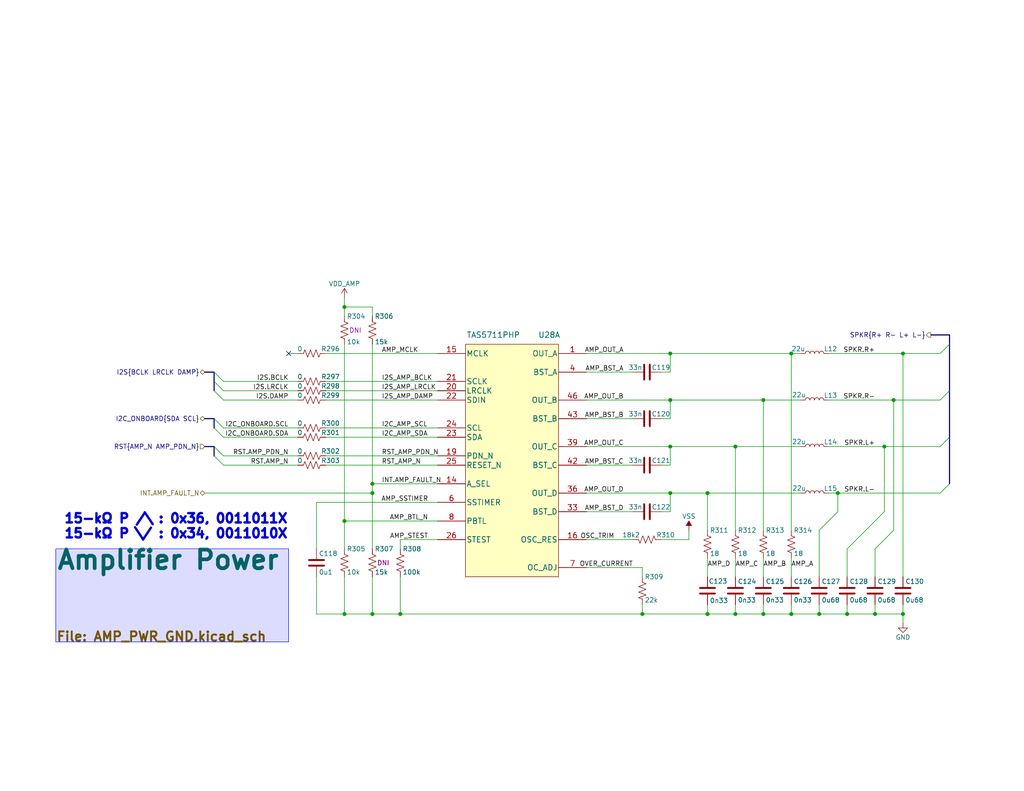
<source format=kicad_sch>
(kicad_sch (version 20211123) (generator eeschema)
  (paper "A")
  (title_block (title "Clock-Radio Main") (date "2022-03-05") (rev "0.5") (company "Ruralguru Projects") (comment 1 "Earl Watkins"))
  (lib_symbols
    (symbol "Device:C" (pin_numbers hide) (pin_names (offset 0.254))
      (property "Reference" "C" (at 0.635 2.54 0))
      (property "Value" "C" (at 0.635 -2.54 0))
      (symbol "C_0_1"
        (polyline (pts (xy -2.032 -0.762) (xy 2.032 -0.762)) (stroke (width 0.508)))
        (polyline (pts (xy -2.032 0.762) (xy 2.032 0.762)) (stroke (width 0.508)))
      )
      (symbol "C_1_1"
        (pin passive line (at 0 3.81 270) (length 2.794) (name "~") (number "1"))
        (pin passive line (at 0 -3.81 90) (length 2.794) (name "~") (number "2"))
      )
    )
    (symbol "Device:L" (pin_numbers hide) (pin_names (offset 1.016) hide)
      (property "Reference" "L" (at -1.27 0 90))
      (property "Value" "L" (at 1.905 0 90))
      (symbol "L_0_1"
        (arc (start 0 -2.54) (mid 0.635 -1.905) (end 0 -1.27))
        (arc (start 0 -1.27) (mid 0.635 -0.635) (end 0 0))
        (arc (start 0 0) (mid 0.635 0.635) (end 0 1.27))
        (arc (start 0 1.27) (mid 0.635 1.905) (end 0 2.54))
      )
      (symbol "L_1_1"
        (pin passive line (at 0 3.81 270) (length 1.27) (name "1") (number "1"))
        (pin passive line (at 0 -3.81 90) (length 1.27) (name "2") (number "2"))
      )
    )
    (symbol "Device:R_US" (pin_numbers hide) (pin_names (offset 0))
      (property "Reference" "R" (at 2.54 0 90))
      (property "Value" "R_US" (at -2.54 0 90))
      (symbol "R_US_0_1"
        (polyline (pts (xy 0 -2.286) (xy 0 -2.54)))
        (polyline (pts (xy 0 2.286) (xy 0 2.54)))
        (polyline (pts (xy 0 -0.762) (xy 1.016 -1.143) (xy 0 -1.524) (xy -1.016 -1.905) (xy 0 -2.286)))
        (polyline (pts (xy 0 0.762) (xy 1.016 0.381) (xy 0 0) (xy -1.016 -0.381) (xy 0 -0.762)))
        (polyline (pts (xy 0 2.286) (xy 1.016 1.905) (xy 0 1.524) (xy -1.016 1.143) (xy 0 0.762)))
      )
      (symbol "R_US_1_1"
        (pin passive line (at 0 3.81 270) (length 1.27) (name "~") (number "1"))
        (pin passive line (at 0 -3.81 90) (length 1.27) (name "~") (number "2"))
      )
    )
    (symbol "ERW_Audio:TAS5711PHP" (pin_names (offset 0.254))
      (property "Reference" "U" (at -5.08 -5.08 0))
      (property "Value" "TAS5711PHP" (at -7.62 -2.54 0))
      (symbol "TAS5711PHP_1_1"
        (rectangle (start -25.4 63.5) (end 0 0) (stroke (width 0.1524)) (fill (type background)))
        (pin output line (at 7.62 60.96 180) (length 7.62) (name "OUT_A") (number "1"))
        (pin unspecified line (at -33.02 25.4 0) (length 7.62) (name "A_SEL") (number "14"))
        (pin input line (at -33.02 60.96 0) (length 7.62) (name "MCLK") (number "15"))
        (pin output line (at 7.62 10.16 180) (length 7.62) (name "OSC_RES") (number "16"))
        (pin input line (at -33.02 33.02 0) (length 7.62) (name "PDN_N") (number "19"))
        (pin input line (at -33.02 50.8 0) (length 7.62) (name "LRCLK") (number "20"))
        (pin input line (at -33.02 53.34 0) (length 7.62) (name "SCLK") (number "21"))
        (pin input line (at -33.02 48.26 0) (length 7.62) (name "SDIN") (number "22"))
        (pin bidirectional line (at -33.02 38.1 0) (length 7.62) (name "SDA") (number "23"))
        (pin input line (at -33.02 40.64 0) (length 7.62) (name "SCL") (number "24"))
        (pin input line (at -33.02 30.48 0) (length 7.62) (name "RESET_N") (number "25"))
        (pin input line (at -33.02 10.16 0) (length 7.62) (name "STEST") (number "26"))
        (pin power_in line (at 7.62 17.78 180) (length 7.62) (name "BST_D") (number "33"))
        (pin output line (at 7.62 22.86 180) (length 7.62) (name "OUT_D") (number "36"))
        (pin output line (at 7.62 35.56 180) (length 7.62) (name "OUT_C") (number "39"))
        (pin power_in line (at 7.62 55.88 180) (length 7.62) (name "BST_A") (number "4"))
        (pin power_in line (at 7.62 30.48 180) (length 7.62) (name "BST_C") (number "42"))
        (pin power_out line (at 7.62 43.18 180) (length 7.62) (name "BST_B") (number "43"))
        (pin output line (at 7.62 48.26 180) (length 7.62) (name "OUT_B") (number "46"))
        (pin input line (at -33.02 20.32 0) (length 7.62) (name "SSTIMER") (number "6"))
        (pin output line (at 7.62 2.54 180) (length 7.62) (name "OC_ADJ") (number "7"))
        (pin input line (at -33.02 15.24 0) (length 7.62) (name "PBTL") (number "8"))
      )
      (symbol "TAS5711PHP_2_1"
        (rectangle (start 0 0) (end 71.12 -40.64) (stroke (width 0.1524)) (fill (type background)))
        (pin output line (at 78.74 -25.4 180) (length 7.62) (name "PLL_FLTM") (number "10"))
        (pin output line (at 78.74 -15.24 180) (length 7.62) (name "PLL_FLTP") (number "11"))
        (pin power_out line (at 68.58 7.62 270) (length 7.62) (name "VR_ANA") (number "12"))
        (pin power_in line (at 60.96 7.62 270) (length 7.62) (name "AVDD") (number "13"))
        (pin power_in line (at 43.18 -48.26 90) (length 7.62) (name "DVSSO") (number "17"))
        (pin power_out line (at -7.62 -10.16 0) (length 7.62) (name "VR_DIG") (number "18"))
        (pin power_in line (at 5.08 7.62 270) (length 7.62) (name "PVDD_A") (number "2"))
        (pin power_in line (at 48.26 7.62 270) (length 7.62) (name "DVDD") (number "27"))
        (pin power_in line (at 48.26 -48.26 90) (length 7.62) (name "DVSS") (number "28"))
        (pin power_in line (at 22.86 -48.26 90) (length 7.62) (name "GND") (number "29"))
        (pin power_in line (at 2.54 7.62 270) (length 7.62) (name "PVDD_A") (number "3"))
        (pin power_in line (at 35.56 -48.26 90) (length 7.62) (name "AGND") (number "30"))
        (pin power_out line (at 35.56 7.62 270) (length 7.62) (name "VREG") (number "31"))
        (pin power_out line (at -7.62 -22.86 0) (length 7.62) (name "GVDD_OUT") (number "32"))
        (pin power_in line (at 27.94 7.62 270) (length 7.62) (name "PVDD_D") (number "34"))
        (pin power_in line (at 25.4 7.62 270) (length 7.62) (name "PVDD_D") (number "35"))
        (pin power_in line (at 12.7 -48.26 90) (length 7.62) (name "PGND_CD") (number "37"))
        (pin power_in line (at 15.24 -48.26 90) (length 7.62) (name "PGND_CD") (number "38"))
        (pin power_in line (at 20.32 7.62 270) (length 7.62) (name "PVDD_C") (number "40"))
        (pin power_in line (at 17.78 7.62 270) (length 7.62) (name "PVDD_C") (number "41"))
        (pin power_in line (at 12.7 7.62 270) (length 7.62) (name "PVDD_B") (number "44"))
        (pin power_in line (at 10.16 7.62 270) (length 7.62) (name "PVDD_B") (number "45"))
        (pin power_in line (at 5.08 -48.26 90) (length 7.62) (name "PGND_AB") (number "47"))
        (pin power_in line (at 7.62 -48.26 90) (length 7.62) (name "PGND_AB") (number "48"))
        (pin power_out line (at -7.62 -17.78 0) (length 7.62) (name "GVDD_OUT") (number "5"))
        (pin power_in line (at 60.96 -48.26 90) (length 7.62) (name "AVSS") (number "9"))
        (pin power_in line (at 27.94 -48.26 90) (length 7.62) (name "EPAD") (number "EPAD"))
      )
    )
    (symbol "ERW_Power:VDD_AMP" (power) (pin_names (offset 0))
      (property "Value" "VDD_AMP" (at 0 3.556 0))
      (symbol "VDD_AMP_0_1"
        (polyline (pts (xy -0.762 1.27) (xy 0 2.54)))
        (polyline (pts (xy 0 0) (xy 0 2.54)))
        (polyline (pts (xy 0 2.54) (xy 0.762 1.27)))
      )
      (symbol "VDD_AMP_1_1"
        (pin power_in line (at 0 0 90) (length 0) hide (name "VDD_AMP") (number "1"))
      )
    )
    (symbol "power:GND" (power) (pin_names (offset 0))
      (property "Value" "GND" (at 0 -3.81 0))
      (symbol "GND_0_1"
        (polyline (pts (xy 0 0) (xy 0 -1.27) (xy 1.27 -1.27) (xy 0 -2.54) (xy -1.27 -1.27) (xy 0 -1.27)))
      )
      (symbol "GND_1_1"
        (pin power_in line (at 0 0 270) (length 0) hide (name "GND") (number "1"))
      )
    )
    (symbol "power:VSS" (power) (pin_names (offset 0))
      (property "Value" "VSS" (at 0 3.81 0))
      (symbol "VSS_0_1"
        (polyline (pts (xy 0 0) (xy 0 2.54)))
        (polyline (pts (xy 0.762 1.27) (xy -0.762 1.27) (xy 0 2.54) (xy 0.762 1.27)) (fill (type outline)))
      )
      (symbol "VSS_1_1"
        (pin power_in line (at 0 0 90) (length 0) hide (name "VSS") (number "1"))
      )
    )
  )
  (junction (at 182.88 96.52))
  (junction (at 93.98 167.64))
  (junction (at 101.6 134.62))
  (junction (at 193.04 167.64))
  (junction (at 228.6 134.62))
  (junction (at 109.22 167.64))
  (junction (at 243.84 109.22))
  (junction (at 246.38 96.52))
  (junction (at 223.52 167.64))
  (junction (at 241.3 121.92))
  (junction (at 175.26 167.64))
  (junction (at 238.76 167.64))
  (junction (at 208.28 167.64))
  (junction (at 215.9 167.64))
  (junction (at 182.88 134.62))
  (junction (at 93.98 83.82))
  (junction (at 208.28 109.22))
  (junction (at 200.66 167.64))
  (junction (at 182.88 109.22))
  (junction (at 101.6 167.64))
  (junction (at 231.14 167.64))
  (junction (at 193.04 134.62))
  (junction (at 93.98 142.24))
  (junction (at 246.38 167.64))
  (junction (at 101.6 132.08))
  (junction (at 182.88 121.92))
  (junction (at 200.66 121.92))
  (junction (at 215.9 96.52))
  (no_connect (at 78.74 96.52))
  (bus_entry (at 259.08 119.38) (size -2.54 2.54))
  (bus_entry (at 58.42 106.68) (size 2.54 2.54))
  (bus_entry (at 259.08 106.68) (size -2.54 2.54))
  (bus_entry (at 58.42 116.84) (size 2.54 2.54))
  (bus_entry (at 58.42 124.46) (size 2.54 2.54))
  (bus_entry (at 259.08 93.98) (size -2.54 2.54))
  (bus_entry (at 58.42 104.14) (size 2.54 2.54))
  (bus_entry (at 58.42 121.92) (size 2.54 2.54))
  (bus_entry (at 58.42 114.3) (size 2.54 2.54))
  (bus_entry (at 58.42 101.6) (size 2.54 2.54))
  (bus_entry (at 259.08 132.08) (size -2.54 2.54))
  (wire (pts (xy 109.22 147.32) (xy 119.38 147.32)))
  (wire (pts (xy 180.34 101.6) (xy 182.88 101.6)))
  (wire (pts (xy 208.28 109.22) (xy 218.44 109.22)))
  (wire (pts (xy 180.34 127) (xy 182.88 127)))
  (wire (pts (xy 160.02 101.6) (xy 172.72 101.6)))
  (wire (pts (xy 182.88 101.6) (xy 182.88 96.52)))
  (wire (pts (xy 88.9 106.68) (xy 119.38 106.68)))
  (wire (pts (xy 182.88 109.22) (xy 160.02 109.22)))
  (wire (pts (xy 200.66 165.1) (xy 200.66 167.64)))
  (wire (pts (xy 246.38 167.64) (xy 246.38 170.18)))
  (wire (pts (xy 93.98 142.24) (xy 93.98 149.86)))
  (wire (pts (xy 81.28 119.38) (xy 60.96 119.38)))
  (wire (pts (xy 208.28 152.4) (xy 208.28 157.48)))
  (wire (pts (xy 81.28 124.46) (xy 60.96 124.46)))
  (wire (pts (xy 88.9 109.22) (xy 119.38 109.22)))
  (wire (pts (xy 200.66 167.64) (xy 208.28 167.64)))
  (wire (pts (xy 101.6 93.98) (xy 101.6 132.08)))
  (wire (pts (xy 101.6 83.82) (xy 101.6 86.36)))
  (bus (pts (xy 259.08 91.44) (xy 259.08 93.98)))
  (wire (pts (xy 101.6 167.64) (xy 109.22 167.64)))
  (wire (pts (xy 193.04 152.4) (xy 193.04 157.48)))
  (wire (pts (xy 180.34 147.32) (xy 187.96 147.32)))
  (wire (pts (xy 88.9 116.84) (xy 119.38 116.84)))
  (wire (pts (xy 182.88 109.22) (xy 208.28 109.22)))
  (wire (pts (xy 60.96 106.68) (xy 81.28 106.68)))
  (wire (pts (xy 187.96 144.78) (xy 187.96 147.32)))
  (wire (pts (xy 86.36 167.64) (xy 93.98 167.64)))
  (wire (pts (xy 231.14 167.64) (xy 238.76 167.64)))
  (wire (pts (xy 208.28 167.64) (xy 215.9 167.64)))
  (wire (pts (xy 182.88 139.7) (xy 182.88 134.62)))
  (wire (pts (xy 215.9 144.78) (xy 215.9 96.52)))
  (wire (pts (xy 93.98 86.36) (xy 93.98 83.82)))
  (wire (pts (xy 160.02 154.94) (xy 175.26 154.94)))
  (bus (pts (xy 254 91.44) (xy 259.08 91.44)))
  (wire (pts (xy 208.28 144.78) (xy 208.28 109.22)))
  (wire (pts (xy 93.98 93.98) (xy 93.98 142.24)))
  (wire (pts (xy 86.36 137.16) (xy 119.38 137.16)))
  (wire (pts (xy 215.9 167.64) (xy 223.52 167.64)))
  (wire (pts (xy 226.06 109.22) (xy 243.84 109.22)))
  (wire (pts (xy 246.38 157.48) (xy 246.38 96.52)))
  (wire (pts (xy 215.9 96.52) (xy 218.44 96.52)))
  (wire (pts (xy 223.52 165.1) (xy 223.52 167.64)))
  (wire (pts (xy 215.9 165.1) (xy 215.9 167.64)))
  (wire (pts (xy 226.06 96.52) (xy 246.38 96.52)))
  (bus (pts (xy 58.42 114.3) (xy 58.42 116.84)))
  (wire (pts (xy 208.28 165.1) (xy 208.28 167.64)))
  (wire (pts (xy 109.22 157.48) (xy 109.22 167.64)))
  (wire (pts (xy 223.52 144.78) (xy 228.6 139.7)))
  (wire (pts (xy 238.76 167.64) (xy 246.38 167.64)))
  (wire (pts (xy 88.9 119.38) (xy 119.38 119.38)))
  (wire (pts (xy 241.3 121.92) (xy 241.3 139.7)))
  (wire (pts (xy 160.02 96.52) (xy 182.88 96.52)))
  (wire (pts (xy 180.34 114.3) (xy 182.88 114.3)))
  (wire (pts (xy 180.34 139.7) (xy 182.88 139.7)))
  (wire (pts (xy 160.02 139.7) (xy 172.72 139.7)))
  (wire (pts (xy 101.6 157.48) (xy 101.6 167.64)))
  (wire (pts (xy 101.6 134.62) (xy 101.6 149.86)))
  (wire (pts (xy 175.26 167.64) (xy 193.04 167.64)))
  (wire (pts (xy 78.74 96.52) (xy 81.28 96.52)))
  (bus (pts (xy 58.42 101.6) (xy 58.42 104.14)))
  (bus (pts (xy 55.88 114.3) (xy 58.42 114.3)))
  (wire (pts (xy 193.04 134.62) (xy 218.44 134.62)))
  (wire (pts (xy 241.3 121.92) (xy 256.54 121.92)))
  (wire (pts (xy 93.98 83.82) (xy 101.6 83.82)))
  (bus (pts (xy 55.88 121.92) (xy 58.42 121.92)))
  (wire (pts (xy 193.04 144.78) (xy 193.04 134.62)))
  (wire (pts (xy 182.88 134.62) (xy 193.04 134.62)))
  (wire (pts (xy 182.88 114.3) (xy 182.88 109.22)))
  (wire (pts (xy 109.22 147.32) (xy 109.22 149.86)))
  (wire (pts (xy 86.36 137.16) (xy 86.36 149.86)))
  (wire (pts (xy 88.9 96.52) (xy 119.38 96.52)))
  (wire (pts (xy 238.76 165.1) (xy 238.76 167.64)))
  (wire (pts (xy 93.98 142.24) (xy 119.38 142.24)))
  (wire (pts (xy 101.6 167.64) (xy 93.98 167.64)))
  (wire (pts (xy 160.02 127) (xy 172.72 127)))
  (wire (pts (xy 228.6 134.62) (xy 256.54 134.62)))
  (wire (pts (xy 238.76 149.86) (xy 238.76 157.48)))
  (wire (pts (xy 175.26 154.94) (xy 175.26 157.48)))
  (wire (pts (xy 175.26 165.1) (xy 175.26 167.64)))
  (wire (pts (xy 246.38 165.1) (xy 246.38 167.64)))
  (wire (pts (xy 226.06 121.92) (xy 241.3 121.92)))
  (wire (pts (xy 193.04 165.1) (xy 193.04 167.64)))
  (wire (pts (xy 60.96 109.22) (xy 81.28 109.22)))
  (wire (pts (xy 215.9 96.52) (xy 182.88 96.52)))
  (wire (pts (xy 228.6 134.62) (xy 228.6 139.7)))
  (wire (pts (xy 193.04 167.64) (xy 200.66 167.64)))
  (wire (pts (xy 223.52 144.78) (xy 223.52 157.48)))
  (wire (pts (xy 226.06 134.62) (xy 228.6 134.62)))
  (bus (pts (xy 58.42 104.14) (xy 58.42 106.68)))
  (wire (pts (xy 231.14 149.86) (xy 241.3 139.7)))
  (wire (pts (xy 223.52 167.64) (xy 231.14 167.64)))
  (wire (pts (xy 60.96 104.14) (xy 81.28 104.14)))
  (wire (pts (xy 215.9 152.4) (xy 215.9 157.48)))
  (wire (pts (xy 246.38 96.52) (xy 256.54 96.52)))
  (wire (pts (xy 119.38 132.08) (xy 101.6 132.08)))
  (wire (pts (xy 109.22 167.64) (xy 175.26 167.64)))
  (bus (pts (xy 259.08 106.68) (xy 259.08 119.38)))
  (wire (pts (xy 231.14 165.1) (xy 231.14 167.64)))
  (wire (pts (xy 238.76 149.86) (xy 243.84 144.78)))
  (wire (pts (xy 88.9 104.14) (xy 119.38 104.14)))
  (wire (pts (xy 55.88 134.62) (xy 101.6 134.62)))
  (bus (pts (xy 55.88 101.6) (xy 58.42 101.6)))
  (wire (pts (xy 93.98 81.28) (xy 93.98 83.82)))
  (wire (pts (xy 88.9 127) (xy 119.38 127)))
  (wire (pts (xy 182.88 134.62) (xy 160.02 134.62)))
  (wire (pts (xy 243.84 109.22) (xy 256.54 109.22)))
  (wire (pts (xy 200.66 144.78) (xy 200.66 121.92)))
  (wire (pts (xy 243.84 109.22) (xy 243.84 144.78)))
  (wire (pts (xy 231.14 149.86) (xy 231.14 157.48)))
  (wire (pts (xy 93.98 157.48) (xy 93.98 167.64)))
  (wire (pts (xy 182.88 121.92) (xy 200.66 121.92)))
  (wire (pts (xy 160.02 114.3) (xy 172.72 114.3)))
  (wire (pts (xy 182.88 127) (xy 182.88 121.92)))
  (wire (pts (xy 200.66 121.92) (xy 218.44 121.92)))
  (wire (pts (xy 160.02 147.32) (xy 172.72 147.32)))
  (wire (pts (xy 86.36 157.48) (xy 86.36 167.64)))
  (wire (pts (xy 101.6 134.62) (xy 101.6 132.08)))
  (wire (pts (xy 160.02 121.92) (xy 182.88 121.92)))
  (bus (pts (xy 58.42 121.92) (xy 58.42 124.46)))
  (bus (pts (xy 259.08 93.98) (xy 259.08 106.68)))
  (wire (pts (xy 200.66 152.4) (xy 200.66 157.48)))
  (wire (pts (xy 81.28 127) (xy 60.96 127)))
  (wire (pts (xy 88.9 124.46) (xy 119.38 124.46)))
  (wire (pts (xy 60.96 116.84) (xy 81.28 116.84)))
  (bus (pts (xy 259.08 119.38) (xy 259.08 132.08)))
  (text "${SHEETNAME}" (at 15.24 30.48 0) (effects (font (size 10.16 10.16) (thickness 2.032) bold) (justify left bottom)))
  (text "15-kΩ P /\\ : 0x36, 0011011X\n15-kΩ P \\/ : 0x34, 0011010X" (at 78.74 147.32 0) (effects (font (size 2.54 2.54) (thickness 1.016) bold) (justify right bottom)))
  (label "SPKR.L-" (at 238.76 134.62 180))
  (label "I2S.BCLK" (at 78.74 104.14 180))
  (label "I2C_AMP_SCL" (at 104.14 116.84 0))
  (label "AMP_BTL_N" (at 116.84 142.24 180))
  (label "AMP_MCLK" (at 104.14 96.52 0))
  (label "I2S_AMP_LRCLK" (at 104.14 106.68 0))
  (label "AMP_BST_C" (at 170.18 127 180))
  (label "I2S.DAMP" (at 78.74 109.22 180))
  (label "OVER_CURRENT" (at 172.72 154.94 180))
  (label "AMP_STEST" (at 116.84 147.32 180))
  (label "AMP_SSTIMER" (at 116.84 137.16 180))
  (label "RST.AMP_PDN_N" (at 78.74 124.46 180))
  (label "AMP_BST_D" (at 170.18 139.7 180))
  (label "RST_AMP_PDN_N" (at 104.14 124.46 0))
  (label "AMP_OUT_D" (at 170.18 134.62 180))
  (label "AMP_C" (at 200.66 154.94 0))
  (label "AMP_BST_B" (at 170.18 114.3 180))
  (label "OSC_TRIM" (at 167.64 147.32 180))
  (label "I2C_ONBOARD.SCL" (at 78.74 116.84 180))
  (label "AMP_B" (at 208.28 154.94 0))
  (label "I2S.LRCLK" (at 78.74 106.68 180))
  (label "AMP_A" (at 215.9 154.94 0))
  (label "SPKR.R-" (at 238.76 109.22 180))
  (label "AMP_D" (at 193.04 154.94 0))
  (label "AMP_OUT_A" (at 170.18 96.52 180))
  (label "RST.AMP_N" (at 78.74 127 180))
  (label "SPKR.R+" (at 238.76 96.52 180))
  (label "SPKR.L+" (at 238.76 121.92 180))
  (label "AMP_BST_A" (at 170.18 101.6 180))
  (label "I2C_AMP_SDA" (at 104.14 119.38 0))
  (label "I2C_ONBOARD.SDA" (at 78.74 119.38 180))
  (label "I2S_AMP_BCLK" (at 104.14 104.14 0))
  (label "RST_AMP_N" (at 104.14 127 0))
  (label "I2S_AMP_DAMP" (at 104.14 109.22 0))
  (label "INT.AMP_FAULT_N" (at 104.14 132.08 0))
  (label "AMP_OUT_B" (at 170.18 109.22 180))
  (label "AMP_OUT_C" (at 170.18 121.92 180))
  (hierarchical_label "I2C_ONBOARD{SDA SCL}" (shape bidirectional) (at 55.88 114.3 180))
  (hierarchical_label "I2S{BCLK LRCLK DAMP}" (shape bidirectional) (at 55.88 101.6 180))
  (hierarchical_label "SPKR{R+ R- L+ L-}" (shape output) (at 254 91.44 180))
  (hierarchical_label "RST{AMP_N AMP_PDN_N}" (shape input) (at 55.88 121.92 180))
  (hierarchical_label "INT.AMP_FAULT_N" (shape bidirectional) (at 55.88 134.62 180))
  (symbol (lib_id "Device:R_US") (at 85.09 127 90) (unit 1)
    (property "Reference" "R303" (at 87.63 125.73 90) (effects (justify right)))
    (property "Value" "0" (at 82.55 125.73 90) (effects (justify left)))
    (property "Footprint" "Resistor_SMD:R_0603_1608Metric_Pad0.98x0.95mm_HandSolder" (effects hide))
    (property "Description" "Resistors - SMD 0 Ohms 100 mW 0603 1%" (effects hide))
    (property "MFR" "YAGEO" (effects hide))
    (property "MPN" "RC0603FR-130RL" (effects hide))
    (property "Vendor" "Mouser" (effects hide))
    (property "Vendor PN" "603-RC0603FR-130RL" (effects hide))
  )
  (symbol (lib_id "Device:R_US") (at 85.09 124.46 90) (unit 1)
    (property "Reference" "R302" (at 87.63 123.19 90) (effects (justify right)))
    (property "Value" "0" (at 82.55 123.19 90) (effects (justify left)))
    (property "Footprint" "Resistor_SMD:R_0603_1608Metric_Pad0.98x0.95mm_HandSolder" (effects hide))
    (property "Description" "Resistors - SMD 0 Ohms 100 mW 0603 1%" (effects hide))
    (property "MFR" "YAGEO" (effects hide))
    (property "MPN" "RC0603FR-130RL" (effects hide))
    (property "Vendor" "Mouser" (effects hide))
    (property "Vendor PN" "603-RC0603FR-130RL" (effects hide))
  )
  (symbol (lib_id "Device:R_US") (at 176.53 147.32 90) (mirror x) (unit 1)
    (property "Reference" "R310" (at 179.07 146.05 90) (effects (justify right)))
    (property "Value" "18k2" (at 174.625 146.05 90) (effects (justify left)))
    (property "Footprint" "Resistor_SMD:R_0603_1608Metric_Pad0.98x0.95mm_HandSolder" (effects hide))
    (property "Vendor" "Mouser" (effects hide))
    (property "Description" "Resistors - SMD 4.99 kOhms 100 mW 0603 1%" (effects hide))
    (property "MFR" "YAGEO" (effects hide))
    (property "MPN" "AC0603FR-134K99L" (effects hide))
    (property "Vendor PN" "603-AC0603FR-134K99L" (effects hide))
  )
  (symbol (lib_id "ERW_Audio:TAS5711PHP") (at 152.4 157.48 0) (unit 1)
    (property "Reference" "U28" (at 149.86 91.44 0) (effects (font (size 1.524 1.524))))
    (property "Value" "TAS5711PHP" (at 134.62 91.44 0) (effects (font (size 1.524 1.524))))
    (property "Footprint" "ERW_QFN:QFP48_EP" (effects hide))
    (property "Description" "Audio Amplifiers 2-Channel Dig Audio Amp" (effects hide))
    (property "MFR" "Texas Instruments" (effects hide))
    (property "MPN" "TAS5711PHPR" (effects hide))
    (property "Status" "ALWAYS" (effects hide))
    (property "Vendor" "Mouser" (effects hide))
    (property "Vendor PN" "595-TAS5711PHPR" (effects hide))
  )
  (symbol (lib_id "Device:C") (at 238.76 161.29 0) (unit 1)
    (property "Reference" "C129" (at 239.395 158.75 0) (effects (justify left)))
    (property "Value" "0u68" (at 239.395 163.83 0) (effects (justify left)))
    (property "Footprint" "Capacitor_SMD:C_1206_3216Metric_Pad1.33x1.80mm_HandSolder" (effects hide))
    (property "Description" "MLCC - SMD/SMT 50V 0.68uF X7R 1206 10%" (effects hide))
    (property "MFR" "KEMET" (effects hide))
    (property "MPN" "C1206C684K5RACTU" (effects hide))
    (property "Status" "ALWAYS" (effects hide))
    (property "Vendor" "Mouser" (effects hide))
    (property "Vendor PN" "80-C1206C684K5R" (effects hide))
  )
  (symbol (lib_id "Device:R_US") (at 85.09 104.14 90) (unit 1)
    (property "Reference" "R297" (at 87.63 102.87 90) (effects (justify right)))
    (property "Value" "0" (at 82.55 102.87 90) (effects (justify left)))
    (property "Footprint" "Resistor_SMD:R_0603_1608Metric_Pad0.98x0.95mm_HandSolder" (effects hide))
    (property "Description" "Resistors - SMD 0 Ohms 100 mW 0603 1%" (effects hide))
    (property "MFR" "YAGEO" (effects hide))
    (property "MPN" "RC0603FR-130RL" (effects hide))
    (property "Vendor" "Mouser" (effects hide))
    (property "Vendor PN" "603-RC0603FR-130RL" (effects hide))
  )
  (symbol (lib_id "ERW_Power:VDD_AMP") (at 93.98 81.28 0) (unit 1)
    (property "Reference" "#PWR0123" (effects hide))
    (property "Value" "VDD_AMP" (at 93.98 77.47 0))
  )
  (symbol (lib_id "Device:R_US") (at 200.66 148.59 180) (unit 1)
    (property "Reference" "R312" (at 201.295 144.78 0) (effects (justify right)))
    (property "Value" "18" (at 201.295 151.13 0) (effects (justify right)))
    (property "Footprint" "Resistor_SMD:R_0603_1608Metric_Pad0.98x0.95mm_HandSolder" (effects hide))
    (property "Description" "Resistors - SMD 18 Ohms 100 mW 0603 1%" (effects hide))
    (property "MFR" "YAGEO" (effects hide))
    (property "MPN" "AC0603FR-0718RL" (effects hide))
    (property "Status" "ALWAYS" (effects hide))
    (property "Vendor" "Mouser" (effects hide))
    (property "Vendor PN" "603-AC0603FR-0718RL" (effects hide))
  )
  (symbol (lib_id "Device:R_US") (at 85.09 119.38 90) (unit 1)
    (property "Reference" "R301" (at 87.63 118.11 90) (effects (justify right)))
    (property "Value" "0" (at 82.55 118.11 90) (effects (justify left)))
    (property "Footprint" "Resistor_SMD:R_0603_1608Metric_Pad0.98x0.95mm_HandSolder" (effects hide))
    (property "Description" "Resistors - SMD 0 Ohms 100 mW 0603 1%" (effects hide))
    (property "MFR" "YAGEO" (effects hide))
    (property "MPN" "RC0603FR-130RL" (effects hide))
    (property "Vendor" "Mouser" (effects hide))
    (property "Vendor PN" "603-RC0603FR-130RL" (effects hide))
  )
  (symbol (lib_id "Device:R_US") (at 85.09 96.52 90) (unit 1)
    (property "Reference" "R296" (at 87.63 95.25 90) (effects (justify right)))
    (property "Value" "0" (at 82.55 95.25 90) (effects (justify left)))
    (property "Footprint" "Resistor_SMD:R_0603_1608Metric_Pad0.98x0.95mm_HandSolder" (effects hide))
    (property "Description" "Resistors - SMD 0 Ohms 100 mW 0603 1%" (effects hide))
    (property "MFR" "YAGEO" (effects hide))
    (property "MPN" "RC0603FR-130RL" (effects hide))
    (property "Vendor" "Mouser" (effects hide))
    (property "Vendor PN" "603-RC0603FR-130RL" (effects hide))
  )
  (symbol (lib_id "Device:R_US") (at 109.22 153.67 180) (unit 1)
    (property "Reference" "R308" (at 109.855 149.86 0) (effects (justify right)))
    (property "Value" "100k" (at 109.855 156.21 0) (effects (justify right)))
    (property "Footprint" "Resistor_SMD:R_0603_1608Metric_Pad0.98x0.95mm_HandSolder" (effects hide))
    (property "Description" "Resistors - SMD 100 kOhms 100-200mW 0603 1%" (effects hide))
    (property "MFR" "YAGEO" (effects hide))
    (property "MPN" "RC0603FR-10100KL" (effects hide))
    (property "Vendor" "Mouser" (effects hide))
    (property "Vendor PN" "603-RC0603FR-10100KL" (effects hide))
  )
  (symbol (lib_id "Device:R_US") (at 193.04 148.59 180) (unit 1)
    (property "Reference" "R311" (at 193.675 144.78 0) (effects (justify right)))
    (property "Value" "18" (at 193.675 151.13 0) (effects (justify right)))
    (property "Footprint" "Resistor_SMD:R_0603_1608Metric_Pad0.98x0.95mm_HandSolder" (effects hide))
    (property "Description" "Resistors - SMD 18 Ohms 100 mW 0603 1%" (effects hide))
    (property "MFR" "YAGEO" (effects hide))
    (property "MPN" "AC0603FR-0718RL" (effects hide))
    (property "Status" "ALWAYS" (effects hide))
    (property "Vendor" "Mouser" (effects hide))
    (property "Vendor PN" "603-AC0603FR-0718RL" (effects hide))
  )
  (symbol (lib_id "Device:R_US") (at 85.09 116.84 90) (unit 1)
    (property "Reference" "R300" (at 87.63 115.57 90) (effects (justify right)))
    (property "Value" "0" (at 82.55 115.57 90) (effects (justify left)))
    (property "Footprint" "Resistor_SMD:R_0603_1608Metric_Pad0.98x0.95mm_HandSolder" (effects hide))
    (property "Description" "Resistors - SMD 0 Ohms 100 mW 0603 1%" (effects hide))
    (property "MFR" "YAGEO" (effects hide))
    (property "MPN" "RC0603FR-130RL" (effects hide))
    (property "Vendor" "Mouser" (effects hide))
    (property "Vendor PN" "603-RC0603FR-130RL" (effects hide))
  )
  (symbol (lib_id "Device:R_US") (at 101.6 90.17 180) (unit 1)
    (property "Reference" "R306" (at 102.235 86.36 0) (effects (justify right)))
    (property "Value" "15k" (at 102.235 93.345 0) (effects (justify right)))
    (property "Footprint" "Resistor_SMD:R_0603_1608Metric_Pad0.98x0.95mm_HandSolder" (effects hide))
    (property "Vendor" "Mouser" (effects hide))
    (property "Description" "Resistors - SMD 15 kOhms 100-200 mW 0603 1%" (effects hide))
    (property "MFR" "YAGEO" (effects hide))
    (property "MPN" "RC0603FR-1015KL" (effects hide))
    (property "Vendor PN" "603-RC0603FR-1015KL" (effects hide))
  )
  (symbol (lib_id "Device:C") (at 86.36 153.67 0) (unit 1)
    (property "Reference" "C118" (at 86.995 151.13 0) (effects (justify left)))
    (property "Value" "0u1" (at 86.995 156.21 0) (effects (justify left)))
    (property "Footprint" "Capacitor_SMD:C_0603_1608Metric_Pad1.08x0.95mm_HandSolder" (effects hide))
    (property "Description" "MLCC - SMD/SMT 50V 0.1uF X7R 0603 5%" (effects hide))
    (property "MFR" "KEMET" (effects hide))
    (property "MPN" "C0603C104J5RACTU" (effects hide))
    (property "Status" "ALWAYS" (effects hide))
    (property "Vendor" "Mouser" (effects hide))
    (property "Vendor PN" "80-C0603C104J5R" (effects hide))
  )
  (symbol (lib_id "Device:R_US") (at 85.09 106.68 90) (unit 1)
    (property "Reference" "R298" (at 87.63 105.41 90) (effects (justify right)))
    (property "Value" "0" (at 82.55 105.41 90) (effects (justify left)))
    (property "Footprint" "Resistor_SMD:R_0603_1608Metric_Pad0.98x0.95mm_HandSolder" (effects hide))
    (property "Description" "Resistors - SMD 0 Ohms 100 mW 0603 1%" (effects hide))
    (property "MFR" "YAGEO" (effects hide))
    (property "MPN" "RC0603FR-130RL" (effects hide))
    (property "Vendor" "Mouser" (effects hide))
    (property "Vendor PN" "603-RC0603FR-130RL" (effects hide))
  )
  (symbol (lib_id "Device:L") (at 222.25 109.22 90) (unit 1)
    (property "Reference" "L13" (at 224.79 107.95 90) (effects (justify right)))
    (property "Value" "22u" (at 219.8787 107.7988 90) (effects (justify left)))
    (property "Footprint" "Inductor_THT:L_Radial_D7.5mm_P3.50mm_Fastron_07P" (effects hide))
    (property "Description" "Fixed Inductors 22uH Unshld 10% 2.7A 78mOhms" (effects hide))
    (property "MFR" "Coilcraft" (effects hide))
    (property "MPN" "DR0608-223L" (effects hide))
    (property "Status" "ALWAYS" (effects hide))
    (property "Vendor" "Mouser" (effects hide))
    (property "Vendor PN" "994-DR0608-223L" (effects hide))
  )
  (symbol (lib_id "Device:R_US") (at 93.98 90.17 180) (unit 1)
    (property "Reference" "R304" (at 94.615 86.36 0) (effects (justify right)))
    (property "Value" "10k" (at 94.615 93.345 0) (effects (justify right)))
    (property "Footprint" "Resistor_SMD:R_0603_1608Metric_Pad0.98x0.95mm_HandSolder" (effects hide))
    (property "Status" "DNI" (at 95.25 90.17 0) (effects (justify right)))
    (property "Description" "Resistors - SMD 10 kOhms 100 mW 0603 1%" (effects hide))
    (property "MFR" "YAGEO" (effects hide))
    (property "MPN" "AC0603FR-1310KL" (effects hide))
    (property "Vendor" "Mouser" (effects hide))
    (property "Vendor PN" "603-AC0603FR-1310KL" (effects hide))
  )
  (symbol (lib_id "Device:C") (at 176.53 101.6 270) (unit 1)
    (property "Reference" "C119" (at 177.8 100.33 90) (effects (justify left)))
    (property "Value" "33n" (at 175.26 100.33 90) (effects (justify right)))
    (property "Footprint" "Capacitor_SMD:C_0603_1608Metric_Pad1.08x0.95mm_HandSolder" (effects hide))
    (property "Description" "MLCC - SMD/SMT 50V 0.033uF X7R 0603 5%" (effects hide))
    (property "MFR" "YAGEO" (effects hide))
    (property "MPN" "CC0603JRX7R9BB333" (effects hide))
    (property "Status" "ALWAYS" (effects hide))
    (property "Vendor" "Mouser" (effects hide))
    (property "Vendor PN" "603-CC603JRX7R9BB333" (effects hide))
  )
  (symbol (lib_id "Device:C") (at 193.04 161.29 0) (unit 1)
    (property "Reference" "C123" (at 193.3487 158.6985 0) (effects (justify left)))
    (property "Value" "0n33" (at 193.679 163.9843 0) (effects (justify left)))
    (property "Footprint" "Capacitor_SMD:C_0805_2012Metric_Pad1.18x1.45mm_HandSolder" (effects hide))
    (property "Description" "MLCC - SMD/SMT 50V 330pF C0G 0805 0.02" (effects hide))
    (property "MFR" "KEMET" (effects hide))
    (property "MPN" "C0805C331G5GACTU" (effects hide))
    (property "Status" "ALWAYS" (effects hide))
    (property "Vendor" "Mouser" (effects hide))
    (property "Vendor PN" "80-C0805C331G5G" (effects hide))
  )
  (symbol (lib_id "Device:L") (at 222.25 96.52 90) (unit 1)
    (property "Reference" "L12" (at 224.79 95.25 90) (effects (justify right)))
    (property "Value" "22u" (at 219.71 95.25 90) (effects (justify left)))
    (property "Footprint" "Inductor_THT:L_Radial_D7.5mm_P3.50mm_Fastron_07P" (effects hide))
    (property "Description" "Fixed Inductors 22uH Unshld 10% 2.7A 78mOhms" (effects hide))
    (property "MFR" "Coilcraft" (effects hide))
    (property "MPN" "DR0608-223L" (effects hide))
    (property "Status" "ALWAYS" (effects hide))
    (property "Vendor" "Mouser" (effects hide))
    (property "Vendor PN" "994-DR0608-223L" (effects hide))
  )
  (symbol (lib_id "power:GND") (at 246.38 170.18 0) (unit 1)
    (property "Reference" "#PWR0125" (effects hide))
    (property "Value" "GND" (at 246.38 173.99 0))
  )
  (symbol (lib_id "Device:R_US") (at 175.26 161.29 180) (unit 1)
    (property "Reference" "R309" (at 175.895 157.48 0) (effects (justify right)))
    (property "Value" "22k" (at 175.895 163.83 0) (effects (justify right)))
    (property "Footprint" "Resistor_SMD:R_0603_1608Metric_Pad0.98x0.95mm_HandSolder" (effects hide))
    (property "Vendor" "Mouser" (effects hide))
    (property "Description" "Resistors - SMD 1/10W 22K ohm 1% 50ppm" (effects hide))
    (property "MFR" "YAGEO" (effects hide))
    (property "MPN" "RT0603FRE1322KL" (effects hide))
    (property "Vendor PN" "603-RT0603FRE1322KL" (effects hide))
  )
  (symbol (lib_id "Device:L") (at 222.25 121.92 90) (unit 1)
    (property "Reference" "L14" (at 224.79 120.65 90) (effects (justify right)))
    (property "Value" "22u" (at 219.8787 120.6081 90) (effects (justify left)))
    (property "Footprint" "Inductor_THT:L_Radial_D7.5mm_P3.50mm_Fastron_07P" (effects hide))
    (property "Description" "Fixed Inductors 22uH Unshld 10% 2.7A 78mOhms" (effects hide))
    (property "MFR" "Coilcraft" (effects hide))
    (property "MPN" "DR0608-223L" (effects hide))
    (property "Status" "ALWAYS" (effects hide))
    (property "Vendor" "Mouser" (effects hide))
    (property "Vendor PN" "994-DR0608-223L" (effects hide))
  )
  (symbol (lib_id "Device:R_US") (at 93.98 153.67 180) (unit 1)
    (property "Reference" "R305" (at 94.615 149.86 0) (effects (justify right)))
    (property "Value" "10k" (at 94.615 156.21 0) (effects (justify right)))
    (property "Footprint" "Resistor_SMD:R_0603_1608Metric_Pad0.98x0.95mm_HandSolder" (effects hide))
    (property "Description" "Resistors - SMD 10 kOhms 100 mW 0603 1%" (effects hide))
    (property "MFR" "YAGEO" (effects hide))
    (property "MPN" "AC0603FR-1310KL" (effects hide))
    (property "Vendor" "Mouser" (effects hide))
    (property "Vendor PN" "603-AC0603FR-1310KL" (effects hide))
  )
  (symbol (lib_id "power:VSS") (at 187.96 144.78 0) (unit 1)
    (property "Reference" "#PWR0124" (effects hide))
    (property "Value" "VSS" (at 187.96 140.97 0))
  )
  (symbol (lib_id "Device:C") (at 176.53 127 270) (unit 1)
    (property "Reference" "C121" (at 177.8 125.73 90) (effects (justify left)))
    (property "Value" "33n" (at 175.26 125.73 90) (effects (justify right)))
    (property "Footprint" "Capacitor_SMD:C_0603_1608Metric_Pad1.08x0.95mm_HandSolder" (effects hide))
    (property "Description" "MLCC - SMD/SMT 50V 0.033uF X7R 0603 5%" (effects hide))
    (property "MFR" "YAGEO" (effects hide))
    (property "MPN" "CC0603JRX7R9BB333" (effects hide))
    (property "Status" "ALWAYS" (effects hide))
    (property "Vendor" "Mouser" (effects hide))
    (property "Vendor PN" "603-CC603JRX7R9BB333" (effects hide))
  )
  (symbol (lib_id "Device:C") (at 223.52 161.29 0) (unit 1)
    (property "Reference" "C127" (at 224.155 158.75 0) (effects (justify left)))
    (property "Value" "0u68" (at 224.155 163.83 0) (effects (justify left)))
    (property "Footprint" "Capacitor_SMD:C_1206_3216Metric_Pad1.33x1.80mm_HandSolder" (effects hide))
    (property "Description" "MLCC - SMD/SMT 50V 0.68uF X7R 1206 10%" (effects hide))
    (property "MFR" "KEMET" (effects hide))
    (property "MPN" "C1206C684K5RACTU" (effects hide))
    (property "Status" "ALWAYS" (effects hide))
    (property "Vendor" "Mouser" (effects hide))
    (property "Vendor PN" "80-C1206C684K5R" (effects hide))
  )
  (symbol (lib_id "Device:C") (at 176.53 139.7 270) (unit 1)
    (property "Reference" "C122" (at 177.8 138.43 90) (effects (justify left)))
    (property "Value" "33n" (at 175.26 138.43 90) (effects (justify right)))
    (property "Footprint" "Capacitor_SMD:C_0603_1608Metric_Pad1.08x0.95mm_HandSolder" (effects hide))
    (property "Description" "MLCC - SMD/SMT 50V 0.033uF X7R 0603 5%" (effects hide))
    (property "MFR" "YAGEO" (effects hide))
    (property "MPN" "CC0603JRX7R9BB333" (effects hide))
    (property "Status" "ALWAYS" (effects hide))
    (property "Vendor" "Mouser" (effects hide))
    (property "Vendor PN" "603-CC603JRX7R9BB333" (effects hide))
  )
  (symbol (lib_id "Device:C") (at 208.28 161.29 0) (unit 1)
    (property "Reference" "C125" (at 208.915 158.75 0) (effects (justify left)))
    (property "Value" "0n33" (at 208.915 163.83 0) (effects (justify left)))
    (property "Footprint" "Capacitor_SMD:C_0805_2012Metric_Pad1.18x1.45mm_HandSolder" (effects hide))
    (property "Description" "MLCC - SMD/SMT 50V 330pF C0G 0805 0.02" (effects hide))
    (property "MFR" "KEMET" (effects hide))
    (property "MPN" "C0805C331G5GACTU" (effects hide))
    (property "Status" "ALWAYS" (effects hide))
    (property "Vendor" "Mouser" (effects hide))
    (property "Vendor PN" "80-C0805C331G5G" (effects hide))
  )
  (symbol (lib_id "Device:C") (at 231.14 161.29 0) (unit 1)
    (property "Reference" "C128" (at 231.775 158.75 0) (effects (justify left)))
    (property "Value" "0u68" (at 231.775 163.83 0) (effects (justify left)))
    (property "Footprint" "Capacitor_SMD:C_1206_3216Metric_Pad1.33x1.80mm_HandSolder" (effects hide))
    (property "Description" "MLCC - SMD/SMT 50V 0.68uF X7R 1206 10%" (effects hide))
    (property "MFR" "KEMET" (effects hide))
    (property "MPN" "C1206C684K5RACTU" (effects hide))
    (property "Status" "ALWAYS" (effects hide))
    (property "Vendor" "Mouser" (effects hide))
    (property "Vendor PN" "80-C1206C684K5R" (effects hide))
  )
  (symbol (lib_id "Device:C") (at 246.38 161.29 0) (unit 1)
    (property "Reference" "C130" (at 247.015 158.75 0) (effects (justify left)))
    (property "Value" "0u68" (at 247.015 163.83 0) (effects (justify left)))
    (property "Footprint" "Capacitor_SMD:C_1206_3216Metric_Pad1.33x1.80mm_HandSolder" (effects hide))
    (property "Description" "MLCC - SMD/SMT 50V 0.68uF X7R 1206 10%" (effects hide))
    (property "MFR" "KEMET" (effects hide))
    (property "MPN" "C1206C684K5RACTU" (effects hide))
    (property "Status" "ALWAYS" (effects hide))
    (property "Vendor" "Mouser" (effects hide))
    (property "Vendor PN" "80-C1206C684K5R" (effects hide))
  )
  (symbol (lib_id "Device:C") (at 200.66 161.29 0) (unit 1)
    (property "Reference" "C124" (at 201.295 158.75 0) (effects (justify left)))
    (property "Value" "0n33" (at 201.295 163.83 0) (effects (justify left)))
    (property "Footprint" "Capacitor_SMD:C_0805_2012Metric_Pad1.18x1.45mm_HandSolder" (effects hide))
    (property "Description" "MLCC - SMD/SMT 50V 330pF C0G 0805 0.02" (effects hide))
    (property "MFR" "KEMET" (effects hide))
    (property "MPN" "C0805C331G5GACTU" (effects hide))
    (property "Status" "ALWAYS" (effects hide))
    (property "Vendor" "Mouser" (effects hide))
    (property "Vendor PN" "80-C0805C331G5G" (effects hide))
  )
  (symbol (lib_id "Device:L") (at 222.25 134.62 90) (unit 1)
    (property "Reference" "L15" (at 224.79 133.35 90) (effects (justify right)))
    (property "Value" "22u" (at 219.9338 133.2985 90) (effects (justify left)))
    (property "Footprint" "Inductor_THT:L_Radial_D7.5mm_P3.50mm_Fastron_07P" (effects hide))
    (property "Description" "Fixed Inductors 22uH Unshld 10% 2.7A 78mOhms" (effects hide))
    (property "MFR" "Coilcraft" (effects hide))
    (property "MPN" "DR0608-223L" (effects hide))
    (property "Status" "ALWAYS" (effects hide))
    (property "Vendor" "Mouser" (effects hide))
    (property "Vendor PN" "994-DR0608-223L" (effects hide))
  )
  (symbol (lib_id "Device:R_US") (at 208.28 148.59 180) (unit 1)
    (property "Reference" "R313" (at 208.915 144.78 0) (effects (justify right)))
    (property "Value" "18" (at 208.915 151.13 0) (effects (justify right)))
    (property "Footprint" "Resistor_SMD:R_0603_1608Metric_Pad0.98x0.95mm_HandSolder" (effects hide))
    (property "Description" "Resistors - SMD 18 Ohms 100 mW 0603 1%" (effects hide))
    (property "MFR" "YAGEO" (effects hide))
    (property "MPN" "AC0603FR-0718RL" (effects hide))
    (property "Status" "ALWAYS" (effects hide))
    (property "Vendor" "Mouser" (effects hide))
    (property "Vendor PN" "603-AC0603FR-0718RL" (effects hide))
  )
  (symbol (lib_id "Device:R_US") (at 101.6 153.67 180) (unit 1)
    (property "Reference" "R307" (at 102.235 149.86 0) (effects (justify right)))
    (property "Value" "15k" (at 102.235 156.21 0) (effects (justify right)))
    (property "Footprint" "Resistor_SMD:R_0603_1608Metric_Pad0.98x0.95mm_HandSolder" (effects hide))
    (property "Status" "DNI" (at 102.87 153.67 0) (effects (justify right)))
    (property "Vendor" "Mouser" (effects hide))
    (property "Description" "Resistors - SMD 15 kOhms 100-200 mW 0603 1%" (effects hide))
    (property "MFR" "YAGEO" (effects hide))
    (property "MPN" "RC0603FR-1015KL" (effects hide))
    (property "Vendor PN" "603-RC0603FR-1015KL" (effects hide))
  )
  (symbol (lib_id "Device:C") (at 176.53 114.3 270) (unit 1)
    (property "Reference" "C120" (at 177.8 113.03 90) (effects (justify left)))
    (property "Value" "33n" (at 175.26 113.03 90) (effects (justify right)))
    (property "Footprint" "Capacitor_SMD:C_0603_1608Metric_Pad1.08x0.95mm_HandSolder" (effects hide))
    (property "Description" "MLCC - SMD/SMT 50V 0.033uF X7R 0603 5%" (effects hide))
    (property "MFR" "YAGEO" (effects hide))
    (property "MPN" "CC0603JRX7R9BB333" (effects hide))
    (property "Status" "ALWAYS" (effects hide))
    (property "Vendor" "Mouser" (effects hide))
    (property "Vendor PN" "603-CC603JRX7R9BB333" (effects hide))
  )
  (symbol (lib_id "Device:C") (at 215.9 161.29 0) (unit 1)
    (property "Reference" "C126" (at 216.535 158.75 0) (effects (justify left)))
    (property "Value" "0n33" (at 216.535 163.83 0) (effects (justify left)))
    (property "Footprint" "Capacitor_SMD:C_0805_2012Metric_Pad1.18x1.45mm_HandSolder" (effects hide))
    (property "Description" "MLCC - SMD/SMT 50V 330pF C0G 0805 0.02" (effects hide))
    (property "MFR" "KEMET" (effects hide))
    (property "MPN" "C0805C331G5GACTU" (effects hide))
    (property "Status" "ALWAYS" (effects hide))
    (property "Vendor" "Mouser" (effects hide))
    (property "Vendor PN" "80-C0805C331G5G" (effects hide))
  )
  (symbol (lib_id "Device:R_US") (at 85.09 109.22 90) (unit 1)
    (property "Reference" "R299" (at 87.63 107.95 90) (effects (justify right)))
    (property "Value" "0" (at 82.55 107.95 90) (effects (justify left)))
    (property "Footprint" "Resistor_SMD:R_0603_1608Metric_Pad0.98x0.95mm_HandSolder" (effects hide))
    (property "Description" "Resistors - SMD 0 Ohms 100 mW 0603 1%" (effects hide))
    (property "MFR" "YAGEO" (effects hide))
    (property "MPN" "RC0603FR-130RL" (effects hide))
    (property "Vendor" "Mouser" (effects hide))
    (property "Vendor PN" "603-RC0603FR-130RL" (effects hide))
  )
  (symbol (lib_id "Device:R_US") (at 215.9 148.59 180) (unit 1)
    (property "Reference" "R314" (at 216.535 144.78 0) (effects (justify right)))
    (property "Value" "18" (at 216.535 151.13 0) (effects (justify right)))
    (property "Footprint" "Resistor_SMD:R_0603_1608Metric_Pad0.98x0.95mm_HandSolder" (effects hide))
    (property "Description" "Resistors - SMD 18 Ohms 100 mW 0603 1%" (effects hide))
    (property "MFR" "YAGEO" (effects hide))
    (property "MPN" "AC0603FR-0718RL" (effects hide))
    (property "Status" "ALWAYS" (effects hide))
    (property "Vendor" "Mouser" (effects hide))
    (property "Vendor PN" "603-AC0603FR-0718RL" (effects hide))
  )
  (sheet (at 15.24 149.86) (size 63.5 25.4) (stroke (width 0.1524) (color 0 0 255 1)) (fill (color 220 220 255 1.0000))
    (property "Sheet name" "Amplifier Power" (at 15.24 149.86 0) (effects (font (size 5.08 5.08) bold) (justify left top)))
    (property "Sheet file" "AMP_PWR_GND.kicad_sch" (at 15.24 175.26 0) (effects (font (size 2.54 2.54) bold) (justify left bottom)))
    (property "Page #" "${#}" (at 78.74 175.26 0) (effects (font (size 2.54 2.54) bold) (justify right bottom)))
  )
)
</source>
